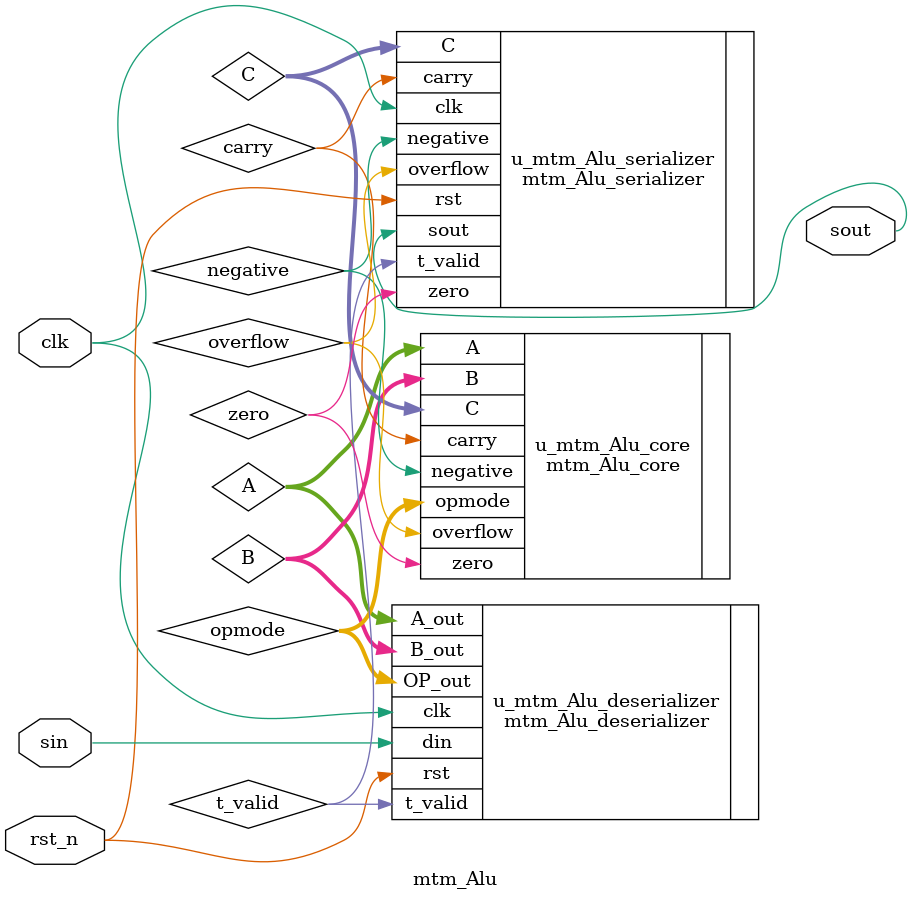
<source format=v>
/******************************************************************************
 * (C) Copyright 2019 AGH UST All Rights Reserved
 *
 * MODULE:    mtm_Alu
 * PROJECT:   PPCU_VLSI
 * AUTHORS:   Michal Garbacz
 * DATE:
 * ------------------------------------------------------------------------------
 * The ALU should operate as described in the mtmAlu_test_top module.
 * It should consist of three modules connected together:
 *   mtm_Alu_deserializer
 *   mtm_Alu_core
 *   mtm_Alu_serializer
 * The ALU should use posedge active clock and synchronous reset active LOW.
 *
 *******************************************************************************/

module mtm_Alu (
    input  wire clk,   // posedge active clock
    input  wire rst_n, // synchronous reset active low
    input  wire sin,   // serial data input
    output wire sout   // serial data output
);
  wire [31:0] A;
  wire [31:0] B;
  wire [31:0] C;
  wire [2:0]  opmode;
  wire        carry;
  wire        overflow;
  wire        zero;
  wire        negative;
  wire        t_valid;

  mtm_Alu_deserializer u_mtm_Alu_deserializer(
    .clk(clk),
    .rst(rst_n),
    .din(sin),
    .A_out(A),
    .B_out(B),
    .OP_out(opmode),
    .t_valid(t_valid)
  );

  mtm_Alu_core u_mtm_Alu_core(
    .A(A),
    .B(B),
    .C(C),
    .opmode(opmode),
    .carry(carry),
    .overflow(overflow),
    .zero(zero),
    .negative(negative)
  );

  mtm_Alu_serializer u_mtm_Alu_serializer(
    .clk(clk),
    .rst(rst_n),
    .t_valid(t_valid),
    .C(C),
    .carry(carry),
    .overflow(overflow),
    .zero(zero),
    .negative(negative),
    .sout(sout)
  );


endmodule

</source>
